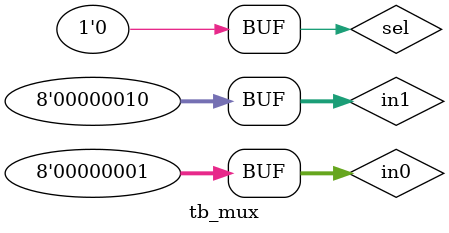
<source format=v>
/* Engineer: Julisa Verdejo Palacios
 * Date: 02/11/2022
 * Design Name:	tb_mux.v
 * Status: Complete
 * Description: Testbech for mux.v module
 * Run time: run 200 ns							 
*/

// Time Unit = 1ns, precision = 100ps = 1/10 ns
`timescale 1 ns / 100 ps  
module tb_mux; 
	
	// Aux signals for testbench
	reg [7:0] mux_out;
	reg [7:0] in0, in1;
	reg sel;
	
	// Instantiation DUT (Device Under Test)
	mux DUT (sel, in0, in1, mux_out);
	
	// Time period = 20 * timescale = 20 * 1ns = 20ns
	localparam period = 20;
	
	initial begin	
		in0 = 8'h01;
		in1 = 8'h02;
		sel = 0;
		#period;
		
		sel = 1;
		#period; 
		
		sel = 0;
		#period;
	end
endmodule
</source>
